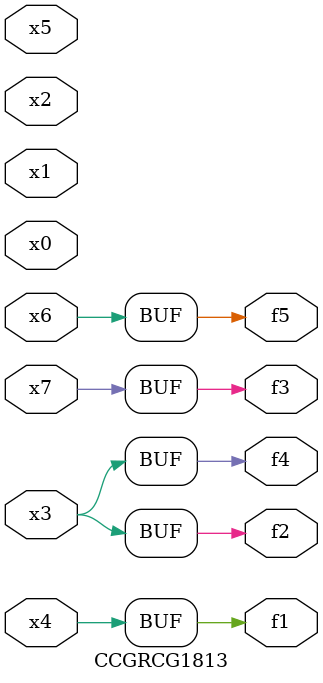
<source format=v>
module CCGRCG1813(
	input x0, x1, x2, x3, x4, x5, x6, x7,
	output f1, f2, f3, f4, f5
);
	assign f1 = x4;
	assign f2 = x3;
	assign f3 = x7;
	assign f4 = x3;
	assign f5 = x6;
endmodule

</source>
